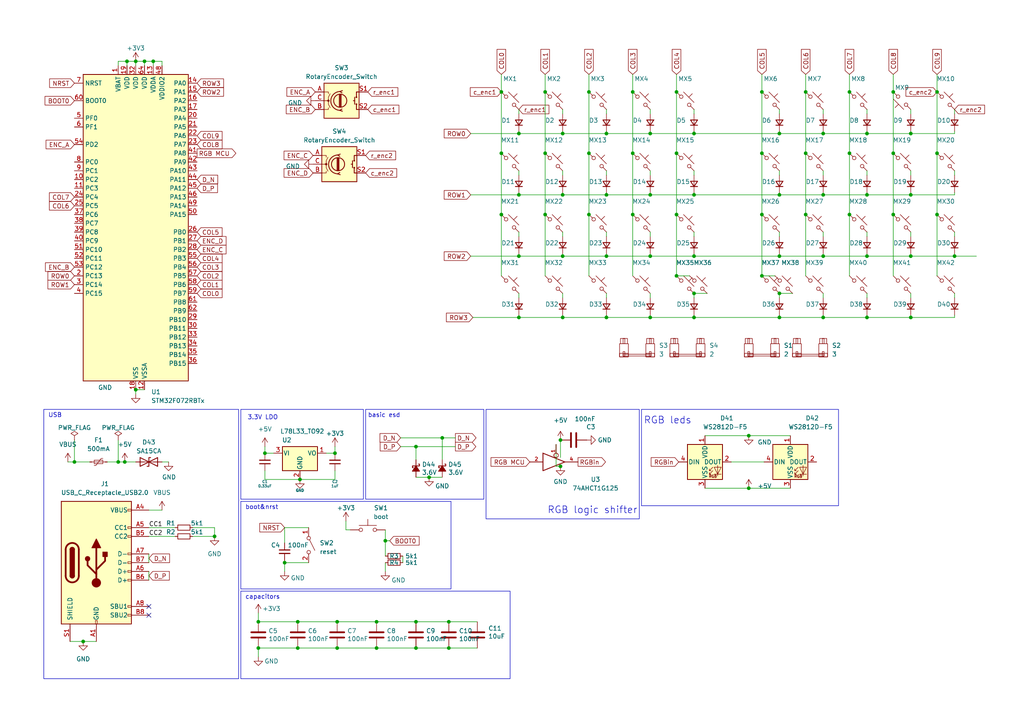
<source format=kicad_sch>
(kicad_sch (version 20230121) (generator eeschema)
  (paper "A4")
  (junction (at 226.06 92.075))
  (junction (at 76.835 131.445))
  (junction (at 24.13 186.055))
  (junction (at 217.17 126.365))
  (junction (at 44.45 17.78))
  (junction (at 188.595 92.075))
  (junction (at 188.595 38.735))
  (junction (at 259.08 62.23))
  (junction (at 86.36 187.96))
  (junction (at 251.46 74.295))
  (junction (at 158.115 26.67))
  (junction (at 220.98 80.01))
  (junction (at 251.46 38.735))
  (junction (at 220.98 26.67))
  (junction (at 109.22 187.96))
  (junction (at 62.23 155.575))
  (junction (at 34.29 133.985))
  (junction (at 246.38 62.23))
  (junction (at 97.79 180.34))
  (junction (at 150.495 56.515))
  (junction (at 175.895 38.735))
  (junction (at 217.17 141.605))
  (junction (at 183.515 26.67))
  (junction (at 86.36 180.34))
  (junction (at 36.83 17.78))
  (junction (at 259.08 44.45))
  (junction (at 158.115 44.45))
  (junction (at 201.295 38.735))
  (junction (at 175.895 74.295))
  (junction (at 145.415 62.23))
  (junction (at 196.215 44.45))
  (junction (at 158.115 62.23))
  (junction (at 196.215 80.01))
  (junction (at 162.56 135.255))
  (junction (at 21.59 133.985))
  (junction (at 162.56 127.635))
  (junction (at 150.495 74.295))
  (junction (at 238.76 92.075))
  (junction (at 163.195 56.515))
  (junction (at 97.79 187.96))
  (junction (at 226.06 74.295))
  (junction (at 188.595 74.295))
  (junction (at 271.78 44.45))
  (junction (at 120.65 187.96))
  (junction (at 145.415 44.45))
  (junction (at 82.55 163.195))
  (junction (at 111.76 156.845))
  (junction (at 145.415 26.67))
  (junction (at 130.175 187.96))
  (junction (at 226.06 56.515))
  (junction (at 246.38 26.67))
  (junction (at 170.815 26.67))
  (junction (at 271.78 26.67))
  (junction (at 74.93 180.34))
  (junction (at 276.86 74.295))
  (junction (at 183.515 62.23))
  (junction (at 175.895 92.075))
  (junction (at 183.515 44.45))
  (junction (at 163.195 92.075))
  (junction (at 163.195 74.295))
  (junction (at 233.68 62.23))
  (junction (at 233.68 44.45))
  (junction (at 124.46 138.43))
  (junction (at 226.06 85.09))
  (junction (at 259.08 26.67))
  (junction (at 41.91 17.78))
  (junction (at 251.46 56.515))
  (junction (at 109.22 180.34))
  (junction (at 264.16 92.075))
  (junction (at 39.37 113.03))
  (junction (at 39.37 17.78))
  (junction (at 120.65 180.34))
  (junction (at 170.815 44.45))
  (junction (at 238.76 38.735))
  (junction (at 130.175 180.34))
  (junction (at 175.895 56.515))
  (junction (at 74.93 187.96))
  (junction (at 201.295 56.515))
  (junction (at 170.815 62.23))
  (junction (at 188.595 56.515))
  (junction (at 163.195 38.735))
  (junction (at 128.27 127))
  (junction (at 36.195 133.985))
  (junction (at 120.65 129.54))
  (junction (at 97.155 131.445))
  (junction (at 86.995 139.065))
  (junction (at 233.68 26.67))
  (junction (at 238.76 74.295))
  (junction (at 251.46 92.075))
  (junction (at 196.215 62.23))
  (junction (at 238.76 56.515))
  (junction (at 201.295 85.09))
  (junction (at 226.06 38.735))
  (junction (at 150.495 92.075))
  (junction (at 264.16 38.735))
  (junction (at 271.78 62.23))
  (junction (at 220.98 44.45))
  (junction (at 220.98 62.23))
  (junction (at 196.215 26.67))
  (junction (at 201.295 74.295))
  (junction (at 246.38 44.45))
  (junction (at 201.295 92.075))
  (junction (at 264.16 56.515))
  (junction (at 264.16 74.295))
  (junction (at 150.495 38.735))
  (no_connect (at 43.18 175.895))
  (no_connect (at 43.18 178.435))
  (wire (pts (xy 259.08 62.23) (xy 259.08 80.01)))
  (wire (pts (xy 271.78 44.45) (xy 271.78 62.23)))
  (wire (pts (xy 158.115 44.45) (xy 158.115 62.23)))
  (wire (pts (xy 188.595 91.44) (xy 188.595 92.075)))
  (wire (pts (xy 276.86 55.88) (xy 276.86 56.515)))
  (wire (pts (xy 163.195 31.75) (xy 163.195 33.02)))
  (wire (pts (xy 109.22 187.96) (xy 120.65 187.96)))
  (wire (pts (xy 111.76 156.845) (xy 113.03 156.845)))
  (wire (pts (xy 238.76 49.53) (xy 238.76 50.8)))
  (wire (pts (xy 196.215 80.01) (xy 200.025 80.01)))
  (wire (pts (xy 251.46 38.735) (xy 264.16 38.735)))
  (wire (pts (xy 201.295 55.88) (xy 201.295 56.515)))
  (wire (pts (xy 226.06 85.09) (xy 226.06 86.36)))
  (wire (pts (xy 41.91 17.78) (xy 39.37 17.78)))
  (wire (pts (xy 175.895 91.44) (xy 175.895 92.075)))
  (wire (pts (xy 86.36 180.34) (xy 74.93 180.34)))
  (wire (pts (xy 128.27 127) (xy 132.08 127)))
  (wire (pts (xy 264.16 38.1) (xy 264.16 38.735)))
  (wire (pts (xy 163.195 49.53) (xy 163.195 50.8)))
  (wire (pts (xy 136.525 38.735) (xy 150.495 38.735)))
  (wire (pts (xy 188.595 38.1) (xy 188.595 38.735)))
  (wire (pts (xy 136.525 56.515) (xy 150.495 56.515)))
  (wire (pts (xy 82.55 163.195) (xy 89.535 163.195)))
  (wire (pts (xy 109.22 180.34) (xy 120.65 180.34)))
  (wire (pts (xy 238.76 73.66) (xy 238.76 74.295)))
  (wire (pts (xy 238.76 55.88) (xy 238.76 56.515)))
  (wire (pts (xy 170.815 21.59) (xy 170.815 26.67)))
  (wire (pts (xy 212.09 133.985) (xy 221.615 133.985)))
  (wire (pts (xy 34.29 133.985) (xy 36.195 133.985)))
  (wire (pts (xy 74.93 190.5) (xy 74.93 187.96)))
  (wire (pts (xy 264.16 91.44) (xy 264.16 92.075)))
  (wire (pts (xy 264.16 38.735) (xy 276.86 38.735)))
  (wire (pts (xy 86.36 180.34) (xy 97.79 180.34)))
  (wire (pts (xy 158.115 21.59) (xy 158.115 26.67)))
  (wire (pts (xy 20.32 186.055) (xy 24.13 186.055)))
  (wire (pts (xy 145.415 44.45) (xy 145.415 62.23)))
  (wire (pts (xy 116.205 129.54) (xy 120.65 129.54)))
  (wire (pts (xy 82.55 153.035) (xy 82.55 157.48)))
  (wire (pts (xy 246.38 62.23) (xy 246.38 80.01)))
  (wire (pts (xy 101.6 153.67) (xy 100.33 153.67)))
  (wire (pts (xy 276.86 91.44) (xy 276.86 92.075)))
  (wire (pts (xy 150.495 38.735) (xy 163.195 38.735)))
  (wire (pts (xy 251.46 67.31) (xy 251.46 68.58)))
  (wire (pts (xy 226.06 91.44) (xy 226.06 92.075)))
  (wire (pts (xy 150.495 85.09) (xy 150.495 86.36)))
  (wire (pts (xy 120.65 129.54) (xy 132.08 129.54)))
  (wire (pts (xy 175.895 38.1) (xy 175.895 38.735)))
  (wire (pts (xy 188.595 92.075) (xy 201.295 92.075)))
  (wire (pts (xy 145.415 26.67) (xy 145.415 44.45)))
  (wire (pts (xy 41.91 17.78) (xy 41.91 19.05)))
  (wire (pts (xy 170.815 44.45) (xy 170.815 62.23)))
  (wire (pts (xy 76.835 129.54) (xy 76.835 131.445)))
  (wire (pts (xy 21.59 133.985) (xy 26.035 133.985)))
  (wire (pts (xy 111.76 156.845) (xy 111.76 161.29)))
  (wire (pts (xy 175.895 49.53) (xy 175.895 50.8)))
  (wire (pts (xy 264.16 85.09) (xy 264.16 86.36)))
  (wire (pts (xy 226.06 74.295) (xy 238.76 74.295)))
  (wire (pts (xy 162.56 127.635) (xy 162.56 132.715)))
  (wire (pts (xy 188.595 38.735) (xy 201.295 38.735)))
  (wire (pts (xy 226.06 49.53) (xy 226.06 50.8)))
  (wire (pts (xy 188.595 85.09) (xy 188.595 86.36)))
  (wire (pts (xy 238.76 85.09) (xy 238.76 86.36)))
  (wire (pts (xy 150.495 49.53) (xy 150.495 50.8)))
  (wire (pts (xy 76.835 136.525) (xy 76.835 139.065)))
  (wire (pts (xy 39.37 113.03) (xy 41.91 113.03)))
  (wire (pts (xy 175.895 38.735) (xy 188.595 38.735)))
  (wire (pts (xy 188.595 67.31) (xy 188.595 68.58)))
  (wire (pts (xy 201.295 56.515) (xy 226.06 56.515)))
  (wire (pts (xy 220.98 62.23) (xy 220.98 80.01)))
  (wire (pts (xy 175.895 85.09) (xy 175.895 86.36)))
  (wire (pts (xy 150.495 31.75) (xy 150.495 33.02)))
  (wire (pts (xy 276.86 49.53) (xy 276.86 50.8)))
  (wire (pts (xy 120.65 180.34) (xy 130.175 180.34)))
  (wire (pts (xy 163.195 67.31) (xy 163.195 68.58)))
  (wire (pts (xy 170.815 62.23) (xy 170.815 80.01)))
  (wire (pts (xy 163.195 85.09) (xy 163.195 86.36)))
  (wire (pts (xy 238.76 92.075) (xy 251.46 92.075)))
  (wire (pts (xy 246.38 21.59) (xy 246.38 26.67)))
  (wire (pts (xy 204.47 141.605) (xy 217.17 141.605)))
  (wire (pts (xy 43.18 160.655) (xy 43.18 163.195)))
  (wire (pts (xy 74.93 177.8) (xy 74.93 180.34)))
  (wire (pts (xy 201.295 74.295) (xy 226.06 74.295)))
  (wire (pts (xy 163.195 38.1) (xy 163.195 38.735)))
  (wire (pts (xy 271.78 21.59) (xy 271.78 26.67)))
  (wire (pts (xy 130.175 180.34) (xy 138.43 180.34)))
  (wire (pts (xy 183.515 21.59) (xy 183.515 26.67)))
  (wire (pts (xy 251.46 38.1) (xy 251.46 38.735)))
  (wire (pts (xy 217.17 126.365) (xy 229.235 126.365)))
  (wire (pts (xy 150.495 38.1) (xy 150.495 38.735)))
  (wire (pts (xy 226.06 56.515) (xy 238.76 56.515)))
  (wire (pts (xy 251.46 56.515) (xy 264.16 56.515)))
  (wire (pts (xy 251.46 31.75) (xy 251.46 33.02)))
  (wire (pts (xy 188.595 73.66) (xy 188.595 74.295)))
  (wire (pts (xy 31.115 133.985) (xy 34.29 133.985)))
  (wire (pts (xy 238.76 67.31) (xy 238.76 68.58)))
  (wire (pts (xy 238.76 74.295) (xy 251.46 74.295)))
  (wire (pts (xy 201.295 67.31) (xy 201.295 68.58)))
  (wire (pts (xy 251.46 85.09) (xy 251.46 86.36)))
  (wire (pts (xy 44.45 17.78) (xy 44.45 19.05)))
  (wire (pts (xy 82.55 153.035) (xy 89.535 153.035)))
  (wire (pts (xy 36.195 133.985) (xy 39.37 133.985)))
  (wire (pts (xy 137.16 92.075) (xy 150.495 92.075)))
  (wire (pts (xy 36.83 17.78) (xy 39.37 17.78)))
  (wire (pts (xy 158.115 26.67) (xy 158.115 44.45)))
  (wire (pts (xy 120.65 129.54) (xy 120.65 133.35)))
  (wire (pts (xy 120.65 138.43) (xy 124.46 138.43)))
  (wire (pts (xy 34.29 17.78) (xy 34.29 19.05)))
  (wire (pts (xy 163.195 91.44) (xy 163.195 92.075)))
  (wire (pts (xy 150.495 56.515) (xy 163.195 56.515)))
  (wire (pts (xy 183.515 44.45) (xy 183.515 62.23)))
  (wire (pts (xy 43.18 155.575) (xy 50.8 155.575)))
  (wire (pts (xy 233.68 62.23) (xy 233.68 80.01)))
  (wire (pts (xy 264.16 74.295) (xy 276.86 74.295)))
  (wire (pts (xy 246.38 26.67) (xy 246.38 44.45)))
  (wire (pts (xy 34.29 127.635) (xy 34.29 133.985)))
  (wire (pts (xy 259.08 44.45) (xy 259.08 62.23)))
  (wire (pts (xy 150.495 73.66) (xy 150.495 74.295)))
  (wire (pts (xy 238.76 91.44) (xy 238.76 92.075)))
  (wire (pts (xy 163.195 55.88) (xy 163.195 56.515)))
  (wire (pts (xy 251.46 73.66) (xy 251.46 74.295)))
  (wire (pts (xy 226.06 31.75) (xy 226.06 33.02)))
  (wire (pts (xy 201.295 38.735) (xy 226.06 38.735)))
  (wire (pts (xy 276.86 85.09) (xy 276.86 86.36)))
  (wire (pts (xy 264.16 92.075) (xy 276.86 92.075)))
  (wire (pts (xy 259.08 21.59) (xy 259.08 26.67)))
  (wire (pts (xy 264.16 56.515) (xy 276.86 56.515)))
  (wire (pts (xy 150.495 92.075) (xy 163.195 92.075)))
  (wire (pts (xy 116.84 161.29) (xy 116.84 163.195)))
  (wire (pts (xy 82.55 163.195) (xy 82.55 162.56)))
  (wire (pts (xy 183.515 62.23) (xy 183.515 80.01)))
  (wire (pts (xy 97.155 129.54) (xy 97.155 131.445)))
  (wire (pts (xy 226.06 38.1) (xy 226.06 38.735)))
  (wire (pts (xy 111.76 163.195) (xy 111.76 165.735)))
  (wire (pts (xy 220.98 80.01) (xy 224.79 80.01)))
  (wire (pts (xy 196.215 44.45) (xy 196.215 62.23)))
  (wire (pts (xy 34.29 17.78) (xy 36.83 17.78)))
  (wire (pts (xy 217.17 141.605) (xy 229.235 141.605)))
  (wire (pts (xy 41.91 17.78) (xy 44.45 17.78)))
  (wire (pts (xy 233.68 26.67) (xy 233.68 44.45)))
  (wire (pts (xy 150.495 91.44) (xy 150.495 92.075)))
  (wire (pts (xy 158.115 62.23) (xy 158.115 80.01)))
  (wire (pts (xy 21.59 127.635) (xy 21.59 133.985)))
  (wire (pts (xy 226.06 73.66) (xy 226.06 74.295)))
  (wire (pts (xy 44.45 17.78) (xy 46.99 17.78)))
  (wire (pts (xy 43.18 165.735) (xy 43.18 168.275)))
  (wire (pts (xy 120.65 187.96) (xy 130.175 187.96)))
  (wire (pts (xy 161.29 135.255) (xy 161.29 128.905)))
  (wire (pts (xy 175.895 92.075) (xy 188.595 92.075)))
  (wire (pts (xy 55.88 153.035) (xy 62.23 153.035)))
  (wire (pts (xy 220.98 21.59) (xy 220.98 26.67)))
  (wire (pts (xy 62.23 153.035) (xy 62.23 155.575)))
  (wire (pts (xy 170.815 26.67) (xy 170.815 44.45)))
  (wire (pts (xy 264.16 49.53) (xy 264.16 50.8)))
  (wire (pts (xy 196.215 21.59) (xy 196.215 26.67)))
  (wire (pts (xy 97.79 187.96) (xy 109.22 187.96)))
  (wire (pts (xy 264.16 55.88) (xy 264.16 56.515)))
  (wire (pts (xy 97.79 180.34) (xy 109.22 180.34)))
  (wire (pts (xy 175.895 74.295) (xy 188.595 74.295)))
  (wire (pts (xy 124.46 138.43) (xy 128.27 138.43)))
  (wire (pts (xy 201.295 85.09) (xy 205.105 85.09)))
  (wire (pts (xy 238.76 56.515) (xy 251.46 56.515)))
  (wire (pts (xy 150.495 67.31) (xy 150.495 68.58)))
  (wire (pts (xy 196.215 26.67) (xy 196.215 44.45)))
  (wire (pts (xy 175.895 67.31) (xy 175.895 68.58)))
  (wire (pts (xy 246.38 44.45) (xy 246.38 62.23)))
  (wire (pts (xy 86.995 139.065) (xy 97.155 139.065)))
  (wire (pts (xy 271.78 62.23) (xy 271.78 80.01)))
  (wire (pts (xy 163.195 74.295) (xy 175.895 74.295)))
  (wire (pts (xy 46.99 133.985) (xy 48.895 133.985)))
  (wire (pts (xy 238.76 38.1) (xy 238.76 38.735)))
  (wire (pts (xy 276.86 31.75) (xy 276.86 33.02)))
  (wire (pts (xy 163.195 38.735) (xy 175.895 38.735)))
  (wire (pts (xy 100.33 153.67) (xy 100.33 151.13)))
  (wire (pts (xy 163.195 56.515) (xy 175.895 56.515)))
  (wire (pts (xy 220.98 44.45) (xy 220.98 62.23)))
  (wire (pts (xy 201.295 91.44) (xy 201.295 92.075)))
  (wire (pts (xy 82.55 165.735) (xy 82.55 163.195)))
  (wire (pts (xy 163.195 92.075) (xy 175.895 92.075)))
  (wire (pts (xy 251.46 92.075) (xy 264.16 92.075)))
  (wire (pts (xy 226.06 92.075) (xy 238.76 92.075)))
  (wire (pts (xy 39.37 17.78) (xy 39.37 19.05)))
  (wire (pts (xy 175.895 56.515) (xy 188.595 56.515)))
  (wire (pts (xy 43.18 147.955) (xy 46.99 147.955)))
  (wire (pts (xy 55.88 155.575) (xy 62.23 155.575)))
  (wire (pts (xy 226.06 55.88) (xy 226.06 56.515)))
  (wire (pts (xy 276.86 38.1) (xy 276.86 38.735)))
  (wire (pts (xy 43.18 153.035) (xy 50.8 153.035)))
  (wire (pts (xy 233.68 21.59) (xy 233.68 26.67)))
  (wire (pts (xy 201.295 31.75) (xy 201.295 33.02)))
  (wire (pts (xy 46.99 17.78) (xy 46.99 19.05)))
  (wire (pts (xy 259.08 26.67) (xy 259.08 44.45)))
  (wire (pts (xy 175.895 31.75) (xy 175.895 33.02)))
  (wire (pts (xy 188.595 49.53) (xy 188.595 50.8)))
  (wire (pts (xy 226.06 38.735) (xy 238.76 38.735)))
  (wire (pts (xy 86.36 187.96) (xy 97.79 187.96)))
  (wire (pts (xy 196.215 62.23) (xy 196.215 80.01)))
  (wire (pts (xy 183.515 26.67) (xy 183.515 44.45)))
  (wire (pts (xy 276.86 74.295) (xy 283.21 74.295)))
  (wire (pts (xy 150.495 55.88) (xy 150.495 56.515)))
  (wire (pts (xy 150.495 74.295) (xy 163.195 74.295)))
  (wire (pts (xy 238.76 31.75) (xy 238.76 33.02)))
  (wire (pts (xy 201.295 73.66) (xy 201.295 74.295)))
  (wire (pts (xy 251.46 91.44) (xy 251.46 92.075)))
  (wire (pts (xy 188.595 31.75) (xy 188.595 33.02)))
  (wire (pts (xy 162.56 135.255) (xy 161.29 135.255)))
  (wire (pts (xy 175.895 55.88) (xy 175.895 56.515)))
  (wire (pts (xy 201.295 49.53) (xy 201.295 50.8)))
  (wire (pts (xy 116.205 127) (xy 128.27 127)))
  (wire (pts (xy 226.06 67.31) (xy 226.06 68.58)))
  (wire (pts (xy 251.46 74.295) (xy 264.16 74.295)))
  (wire (pts (xy 76.835 131.445) (xy 79.375 131.445)))
  (wire (pts (xy 39.37 114.3) (xy 39.37 113.03)))
  (wire (pts (xy 94.615 131.445) (xy 97.155 131.445)))
  (wire (pts (xy 264.16 31.75) (xy 264.16 33.02)))
  (wire (pts (xy 97.155 136.525) (xy 97.155 139.065)))
  (wire (pts (xy 201.295 38.1) (xy 201.295 38.735)))
  (wire (pts (xy 175.895 73.66) (xy 175.895 74.295)))
  (wire (pts (xy 24.13 186.055) (xy 27.94 186.055)))
  (wire (pts (xy 86.36 187.96) (xy 74.93 187.96)))
  (wire (pts (xy 188.595 74.295) (xy 201.295 74.295)))
  (wire (pts (xy 111.76 153.67) (xy 111.76 156.845)))
  (wire (pts (xy 201.295 92.075) (xy 226.06 92.075)))
  (wire (pts (xy 251.46 55.88) (xy 251.46 56.515)))
  (wire (pts (xy 201.295 85.09) (xy 201.295 86.36)))
  (wire (pts (xy 226.06 85.09) (xy 229.87 85.09)))
  (wire (pts (xy 204.47 126.365) (xy 217.17 126.365)))
  (wire (pts (xy 264.16 67.31) (xy 264.16 68.58)))
  (wire (pts (xy 136.525 74.295) (xy 150.495 74.295)))
  (wire (pts (xy 276.86 67.31) (xy 276.86 68.58)))
  (wire (pts (xy 163.195 73.66) (xy 163.195 74.295)))
  (wire (pts (xy 276.86 73.66) (xy 276.86 74.295)))
  (wire (pts (xy 271.78 26.67) (xy 271.78 44.45)))
  (wire (pts (xy 238.76 38.735) (xy 251.46 38.735)))
  (wire (pts (xy 220.98 26.67) (xy 220.98 44.45)))
  (wire (pts (xy 36.83 17.78) (xy 36.83 19.05)))
  (wire (pts (xy 145.415 62.23) (xy 145.415 80.01)))
  (wire (pts (xy 188.595 55.88) (xy 188.595 56.515)))
  (wire (pts (xy 130.175 187.96) (xy 138.43 187.96)))
  (wire (pts (xy 264.16 73.66) (xy 264.16 74.295)))
  (wire (pts (xy 145.415 21.59) (xy 145.415 26.67)))
  (wire (pts (xy 76.835 139.065) (xy 86.995 139.065)))
  (wire (pts (xy 188.595 56.515) (xy 201.295 56.515)))
  (wire (pts (xy 128.27 127) (xy 128.27 133.35)))
  (wire (pts (xy 233.68 44.45) (xy 233.68 62.23)))
  (wire (pts (xy 251.46 49.53) (xy 251.46 50.8)))
  (wire (pts (xy 19.685 133.985) (xy 21.59 133.985)))
  (rectangle (start 12.7 118.745) (end 69.215 196.85))
  (rectangle (start 69.85 145.415) (end 130.81 170.815))
  (rectangle (start 106.045 118.745) (end 140.335 144.78))
  (rectangle (start 186.055 118.745) (end 243.205 146.685))
  (rectangle (start 69.85 118.745) (end 105.41 144.78))
  (rectangle (start 69.85 171.45) (end 147.955 196.85))
  (rectangle (start 140.97 118.745) (end 185.42 150.495))
  (text "RGB leds" (at 186.69 123.19 0) (effects (font (size 2 2)) (justify left bottom)))
  (text "RGB logic shifter" (at 158.75 149.225 0) (effects (font (size 2 2)) (justify left bottom)))
  (text "capacitors" (at 71.12 173.99 0) (effects (font (size 1.27 1.27)) (justify left bottom)))
  (text "boot&nrst" (at 71.12 147.955 0) (effects (font (size 1.27 1.27)) (justify left bottom)))
  (text "3.3V LDO" (at 71.755 121.92 0) (effects (font (size 1.27 1.27)) (justify left bottom)))
  (text "USB" (at 13.97 121.285 0) (effects (font (size 1.27 1.27)) (justify left bottom)))
  (text "basic esd" (at 106.68 121.285 0) (effects (font (size 1.27 1.27)) (justify left bottom)))
  (label "CC1" (at 43.18 153.035 0))
  (label "CC2" (at 43.18 155.575 0))
  (global_label "RGBin" (shape input) (at 196.85 133.985 180) (property "Intersheetrefs" "${INTERSHEET_REFS}" (effects hide)))
  (global_label "COL0" (shape input) (at 57.15 85.09 0) (property "Intersheetrefs" "${INTERSHEET_REFS}" (effects hide)))
  (global_label "ROW0" (shape input) (at 21.59 80.01 180) (property "Intersheetrefs" "${INTERSHEET_REFS}" (effects hide)))
  (global_label "ROW0" (shape input) (at 136.525 38.735 180) (property "Intersheetrefs" "${INTERSHEET_REFS}" (effects hide)))
  (global_label "ENC_A" (shape input) (at 21.59 41.91 180) (property "Intersheetrefs" "${INTERSHEET_REFS}" (effects hide)))
  (global_label "COL6" (shape input) (at 21.59 59.69 180) (property "Intersheetrefs" "${INTERSHEET_REFS}" (effects hide)))
  (global_label "COL1" (shape input) (at 158.115 21.59 90) (property "Intersheetrefs" "${INTERSHEET_REFS}" (effects hide)))
  (global_label "r_enc2" (shape input) (at 276.86 31.75 0) (property "Intersheetrefs" "${INTERSHEET_REFS}" (effects hide)))
  (global_label "COL7" (shape input) (at 21.59 57.15 180) (property "Intersheetrefs" "${INTERSHEET_REFS}" (effects hide)))
  (global_label "COL1" (shape input) (at 57.15 82.55 0) (property "Intersheetrefs" "${INTERSHEET_REFS}" (effects hide)))
  (global_label "RGBin" (shape output) (at 167.64 133.985 0) (property "Intersheetrefs" "${INTERSHEET_REFS}" (effects hide)))
  (global_label "D_N" (shape input) (at 116.205 127 180) (property "Intersheetrefs" "${INTERSHEET_REFS}" (effects hide)))
  (global_label "NRST" (shape input) (at 82.55 153.035 180) (property "Intersheetrefs" "${INTERSHEET_REFS}" (effects hide)))
  (global_label "COL9" (shape input) (at 57.15 39.37 0) (property "Intersheetrefs" "${INTERSHEET_REFS}" (effects hide)))
  (global_label "COL8" (shape input) (at 259.08 21.59 90) (property "Intersheetrefs" "${INTERSHEET_REFS}" (effects hide)))
  (global_label "D_P" (shape input) (at 43.18 167.005 0) (property "Intersheetrefs" "${INTERSHEET_REFS}" (effects hide)))
  (global_label "COL3" (shape input) (at 57.15 77.47 0) (property "Intersheetrefs" "${INTERSHEET_REFS}" (effects hide)))
  (global_label "COL0" (shape input) (at 145.415 21.59 90) (property "Intersheetrefs" "${INTERSHEET_REFS}" (effects hide)))
  (global_label "NRST" (shape input) (at 21.59 24.13 180) (property "Intersheetrefs" "${INTERSHEET_REFS}" (effects hide)))
  (global_label "COL9" (shape input) (at 271.78 21.59 90) (property "Intersheetrefs" "${INTERSHEET_REFS}" (effects hide)))
  (global_label "COL8" (shape input) (at 57.15 41.91 0) (property "Intersheetrefs" "${INTERSHEET_REFS}" (effects hide)))
  (global_label "ROW2" (shape input) (at 136.525 74.295 180) (property "Intersheetrefs" "${INTERSHEET_REFS}" (effects hide)))
  (global_label "ROW1" (shape input) (at 21.59 82.55 180) (property "Intersheetrefs" "${INTERSHEET_REFS}" (effects hide)))
  (global_label "COL2" (shape input) (at 57.15 80.01 0) (property "Intersheetrefs" "${INTERSHEET_REFS}" (effects hide)))
  (global_label "ROW1" (shape input) (at 136.525 56.515 180) (property "Intersheetrefs" "${INTERSHEET_REFS}" (effects hide)))
  (global_label "RGB MCU" (shape output) (at 57.15 44.45 0) (property "Intersheetrefs" "${INTERSHEET_REFS}" (effects hide)))
  (global_label "c_enc2" (shape input) (at 106.045 50.165 0) (property "Intersheetrefs" "${INTERSHEET_REFS}" (effects hide)))
  (global_label "COL4" (shape input) (at 57.15 74.93 0) (property "Intersheetrefs" "${INTERSHEET_REFS}" (effects hide)))
  (global_label "ENC_A" (shape input) (at 91.44 26.67 180) (property "Intersheetrefs" "${INTERSHEET_REFS}" (effects hide)))
  (global_label "D_P" (shape input) (at 57.15 54.61 0) (property "Intersheetrefs" "${INTERSHEET_REFS}" (effects hide)))
  (global_label "c_enc1" (shape input) (at 106.68 31.75 0) (property "Intersheetrefs" "${INTERSHEET_REFS}" (effects hide)))
  (global_label "D_P" (shape output) (at 132.08 129.54 0) (property "Intersheetrefs" "${INTERSHEET_REFS}" (effects hide)))
  (global_label "COL4" (shape input) (at 196.215 21.59 90) (property "Intersheetrefs" "${INTERSHEET_REFS}" (effects hide)))
  (global_label "COL2" (shape input) (at 170.815 21.59 90) (property "Intersheetrefs" "${INTERSHEET_REFS}" (effects hide)))
  (global_label "ROW2" (shape input) (at 57.15 26.67 0) (property "Intersheetrefs" "${INTERSHEET_REFS}" (effects hide)))
  (global_label "ROW3" (shape input) (at 137.16 92.075 180) (property "Intersheetrefs" "${INTERSHEET_REFS}" (effects hide)))
  (global_label "COL5" (shape input) (at 57.15 67.31 0) (property "Intersheetrefs" "${INTERSHEET_REFS}" (effects hide)))
  (global_label "COL3" (shape input) (at 183.515 21.59 90) (property "Intersheetrefs" "${INTERSHEET_REFS}" (effects hide)))
  (global_label "COL7" (shape input) (at 246.38 21.59 90) (property "Intersheetrefs" "${INTERSHEET_REFS}" (effects hide)))
  (global_label "ENC_B" (shape input) (at 91.44 31.75 180) (property "Intersheetrefs" "${INTERSHEET_REFS}" (effects hide)))
  (global_label "r_enc2" (shape input) (at 106.045 45.085 0) (property "Intersheetrefs" "${INTERSHEET_REFS}" (effects hide)))
  (global_label "c_enc1" (shape input) (at 145.415 26.67 180) (property "Intersheetrefs" "${INTERSHEET_REFS}" (effects hide)))
  (global_label "ENC_B" (shape input) (at 21.59 77.47 180) (property "Intersheetrefs" "${INTERSHEET_REFS}" (effects hide)))
  (global_label "ENC_D" (shape input) (at 57.15 69.85 0) (property "Intersheetrefs" "${INTERSHEET_REFS}" (effects hide)))
  (global_label "BOOT0" (shape input) (at 113.03 156.845 0) (property "Intersheetrefs" "${INTERSHEET_REFS}" (effects hide)))
  (global_label "r_enc1" (shape input) (at 106.68 26.67 0) (property "Intersheetrefs" "${INTERSHEET_REFS}" (effects hide)))
  (global_label "ENC_C" (shape input) (at 90.805 45.085 180) (property "Intersheetrefs" "${INTERSHEET_REFS}" (effects hide)))
  (global_label "D_P" (shape input) (at 116.205 129.54 180) (property "Intersheetrefs" "${INTERSHEET_REFS}" (effects hide)))
  (global_label "c_enc2" (shape input) (at 271.78 26.67 180) (property "Intersheetrefs" "${INTERSHEET_REFS}" (effects hide)))
  (global_label "ROW3" (shape input) (at 57.15 24.13 0) (property "Intersheetrefs" "${INTERSHEET_REFS}" (effects hide)))
  (global_label "COL6" (shape input) (at 233.68 21.59 90) (property "Intersheetrefs" "${INTERSHEET_REFS}" (effects hide)))
  (global_label "D_N" (shape input) (at 57.15 52.07 0) (property "Intersheetrefs" "${INTERSHEET_REFS}" (effects hide)))
  (global_label "ENC_D" (shape input) (at 90.805 50.165 180) (property "Intersheetrefs" "${INTERSHEET_REFS}" (effects hide)))
  (global_label "COL5" (shape input) (at 220.98 21.59 90) (property "Intersheetrefs" "${INTERSHEET_REFS}" (effects hide)))
  (global_label "D_N" (shape output) (at 132.08 127 0) (property "Intersheetrefs" "${INTERSHEET_REFS}" (effects hide)))
  (global_label "D_N" (shape input) (at 43.18 161.925 0) (property "Intersheetrefs" "${INTERSHEET_REFS}" (effects hide)))
  (global_label "RGB MCU" (shape input) (at 153.67 133.985 180) (property "Intersheetrefs" "${INTERSHEET_REFS}" (effects hide)))
  (global_label "ENC_C" (shape input) (at 57.15 72.39 0) (property "Intersheetrefs" "${INTERSHEET_REFS}" (effects hide)))
  (global_label "BOOT0" (shape input) (at 21.59 29.21 180) (property "Intersheetrefs" "${INTERSHEET_REFS}" (effects hide)))
  (global_label "r_enc1" (shape input) (at 150.495 31.75 0) (property "Intersheetrefs" "${INTERSHEET_REFS}" (effects hide)))
  (symbol (lib_id "Device:D_Small") (at 163.195 71.12 90) (unit 1)
    (property "Reference" "D22" (at 158.115 70.485 90) (effects (justify right)))
    (property "Value" "D_Small" (effects hide))
    (property "Footprint" "kbd:D3_TH_SMD_v3" (effects hide))
    (property "Sim.Device" "D" (effects hide))
    (property "Sim.Pins" "1=K 2=A" (effects hide))
  )
  (symbol (lib_id "MCU_ST_STM32F0:STM32F072RBTx") (at 39.37 67.31 0) (unit 1)
    (property "Reference" "U1" (at 43.8659 113.665 0) (effects (justify left)))
    (property "Value" "STM32F072RBTx" (at 43.8659 116.205 0) (effects (justify left)))
    (property "Footprint" "Package_QFP:LQFP-64_10x10mm_P0.5mm" (effects hide))
    (property "Datasheet" "https://www.st.com/resource/en/datasheet/stm32f072rb.pdf" (effects hide))
  )
  (symbol (lib_id "PCM_marbastlib-mx:MX_SW_solder") (at 186.055 64.77 0) (unit 1)
    (property "Reference" "MX24" (at 186.055 58.42 0))
    (property "Value" "MX_SW_solder" (effects hide))
    (property "Footprint" "MX_Alps_Hybrid:MX-Alps-Hybrid-1U" (effects hide))
  )
  (symbol (lib_id "Device:D_Small") (at 150.495 71.12 90) (unit 1)
    (property "Reference" "D21" (at 145.415 70.485 90) (effects (justify right)))
    (property "Value" "D_Small" (effects hide))
    (property "Footprint" "kbd:D3_TH_SMD_v3" (effects hide))
    (property "Sim.Device" "D" (effects hide))
    (property "Sim.Pins" "1=K 2=A" (effects hide))
  )
  (symbol (lib_id "Device:D_Small") (at 264.16 53.34 90) (unit 1)
    (property "Reference" "D19" (at 259.08 52.705 90) (effects (justify right)))
    (property "Value" "D_Small" (effects hide))
    (property "Footprint" "kbd:D3_TH_SMD_v3" (effects hide))
    (property "Sim.Device" "D" (effects hide))
    (property "Sim.Pins" "1=K 2=A" (effects hide))
  )
  (symbol (lib_id "Device:D_Small") (at 238.76 88.9 90) (unit 1)
    (property "Reference" "D37" (at 233.68 88.265 90) (effects (justify right)))
    (property "Value" "D_Small" (effects hide))
    (property "Footprint" "kbd:D3_TH_SMD_v3" (effects hide))
    (property "Sim.Device" "D" (effects hide))
    (property "Sim.Pins" "1=K 2=A" (effects hide))
  )
  (symbol (lib_id "Device:C") (at 86.36 184.15 0) (unit 1)
    (property "Reference" "C6" (at 89.281 182.9816 0) (effects (justify left)))
    (property "Value" "100nF" (at 89.281 185.293 0) (effects (justify left)))
    (property "Footprint" "Capacitor_THT:C_Disc_D4.3mm_W1.9mm_P5.00mm" (effects hide))
  )
  (symbol (lib_id "PCM_marbastlib-mx:MX_SW_solder") (at 274.32 46.99 0) (unit 1)
    (property "Reference" "MX20" (at 274.32 40.64 0))
    (property "Value" "MX_SW_solder" (effects hide))
    (property "Footprint" "MX_Alps_Hybrid:MX-Alps-Hybrid-1U" (effects hide))
  )
  (symbol (lib_id "power:GND") (at 48.895 133.985 0) (unit 1)
    (property "Reference" "#PWR09" (effects hide))
    (property "Value" "GND" (at 49.022 138.3792 0))
  )
  (symbol (lib_id "PCM_marbastlib-mx:MX_SW_solder") (at 274.32 82.55 0) (unit 1)
    (property "Reference" "MX42" (at 274.32 76.2 0))
    (property "Value" "MX_SW_solder" (effects hide))
    (property "Footprint" "MX_Alps_Hybrid:MX-Alps-Hybrid-1U" (effects hide))
  )
  (symbol (lib_id "Device:D_Small") (at 188.595 71.12 90) (unit 1)
    (property "Reference" "D24" (at 183.515 70.485 90) (effects (justify right)))
    (property "Value" "D_Small" (effects hide))
    (property "Footprint" "kbd:D3_TH_SMD_v3" (effects hide))
    (property "Sim.Device" "D" (effects hide))
    (property "Sim.Pins" "1=K 2=A" (effects hide))
  )
  (symbol (lib_id "power:GND") (at 111.76 165.735 0) (unit 1)
    (property "Reference" "#PWR019" (effects hide))
    (property "Value" "GND" (at 115.57 168.275 0))
  )
  (symbol (lib_id "PCM_marbastlib-mx:MX_SW_solder") (at 248.92 82.55 0) (unit 1)
    (property "Reference" "MX40" (at 248.92 76.2 0))
    (property "Value" "MX_SW_solder" (effects hide))
    (property "Footprint" "MX_Alps_Hybrid:MX-Alps-Hybrid-1U" (effects hide))
  )
  (symbol (lib_id "Device:D_Small") (at 251.46 35.56 90) (unit 1)
    (property "Reference" "D8" (at 246.38 34.925 90) (effects (justify right)))
    (property "Value" "D_Small" (effects hide))
    (property "Footprint" "kbd:D3_TH_SMD_v3" (effects hide))
    (property "Sim.Device" "D" (effects hide))
    (property "Sim.Pins" "1=K 2=A" (effects hide))
  )
  (symbol (lib_id "PCM_marbastlib-mx:MX_SW_solder") (at 173.355 46.99 0) (unit 1)
    (property "Reference" "MX13" (at 173.355 40.64 0))
    (property "Value" "MX_SW_solder" (effects hide))
    (property "Footprint" "MX_Alps_Hybrid:MX-Alps-Hybrid-1U" (effects hide))
  )
  (symbol (lib_id "PCM_marbastlib-mx:MX_SW_solder") (at 147.955 46.99 0) (unit 1)
    (property "Reference" "MX11" (at 147.955 40.64 0))
    (property "Value" "MX_SW_solder" (effects hide))
    (property "Footprint" "MX_Alps_Hybrid:MX-Alps-Hybrid-1U" (effects hide))
  )
  (symbol (lib_id "PCM_marbastlib-mx:MX_SW_solder") (at 186.055 46.99 0) (unit 1)
    (property "Reference" "MX14" (at 186.055 40.64 0))
    (property "Value" "MX_SW_solder" (effects hide))
    (property "Footprint" "MX_Alps_Hybrid:MX-Alps-Hybrid-1U" (effects hide))
  )
  (symbol (lib_id "Device:C") (at 97.79 184.15 0) (unit 1)
    (property "Reference" "C7" (at 100.711 182.9816 0) (effects (justify left)))
    (property "Value" "100nF" (at 100.711 185.293 0) (effects (justify left)))
    (property "Footprint" "Capacitor_THT:C_Disc_D4.3mm_W1.9mm_P5.00mm" (effects hide))
  )
  (symbol (lib_id "PCM_marbastlib-mx:MX_SW_solder") (at 248.92 64.77 0) (unit 1)
    (property "Reference" "MX28" (at 248.92 58.42 0))
    (property "Value" "MX_SW_solder" (effects hide))
    (property "Footprint" "MX_Alps_Hybrid:MX-Alps-Hybrid-1U" (effects hide))
  )
  (symbol (lib_id "PCM_marbastlib-mx:MX_SW_solder") (at 160.655 82.55 0) (unit 1)
    (property "Reference" "MX32" (at 160.655 76.2 0))
    (property "Value" "MX_SW_solder" (effects hide))
    (property "Footprint" "MX_Alps_Hybrid:MX-Alps-Hybrid-1U" (effects hide))
  )
  (symbol (lib_id "Device:R_Small") (at 53.34 155.575 90) (unit 1)
    (property "Reference" "R2" (at 49.53 154.305 90))
    (property "Value" "5k1" (at 57.15 154.305 90))
    (property "Footprint" "Resistor_THT:R_Axial_DIN0204_L3.6mm_D1.6mm_P7.62mm_Horizontal" (effects hide))
  )
  (symbol (lib_id "PCM_marbastlib-mx:MX_SW_solder") (at 198.755 82.55 0) (unit 1)
    (property "Reference" "MX35" (at 198.755 76.2 0))
    (property "Value" "MX_SW_solder" (effects hide))
    (property "Footprint" "MX_Alps_Hybrid:MX-Alps-Hybrid-1U" (effects hide))
  )
  (symbol (lib_id "Connector:USB_C_Receptacle_USB2.0") (at 27.94 163.195 0) (unit 1)
    (property "Reference" "J1" (at 30.4165 140.335 0))
    (property "Value" "USB_C_Receptacle_USB2.0" (at 30.4165 142.875 0))
    (property "Footprint" "Connector_USB:USB_C_Receptacle_GCT_USB4085" (effects hide))
    (property "Datasheet" "https://www.usb.org/sites/default/files/documents/usb_type-c.zip" (effects hide))
    (property "LCSC" "C165948" (effects hide))
  )
  (symbol (lib_id "power:+3V3") (at 97.155 129.54 0) (unit 1)
    (property "Reference" "#PWR05" (effects hide))
    (property "Value" "+3V3" (at 97.155 125.73 0))
  )
  (symbol (lib_id "PCM_marbastlib-mx:MX_SW_solder") (at 160.655 64.77 0) (unit 1)
    (property "Reference" "MX22" (at 160.655 58.42 0))
    (property "Value" "MX_SW_solder" (effects hide))
    (property "Footprint" "MX_Alps_Hybrid:MX-Alps-Hybrid-1U" (effects hide))
  )
  (symbol (lib_id "PCM_marbastlib-mx:MX_stab") (at 199.39 100.965 0) (unit 1)
    (property "Reference" "S4" (at 205.74 100.203 0) (effects (justify left)))
    (property "Value" "2" (at 205.74 102.743 0) (effects (justify left)))
    (property "Footprint" "PCM_marbastlib-mx:STAB_MX_P_2u" (effects hide))
  )
  (symbol (lib_id "power:GND") (at 82.55 165.735 0) (mirror y) (unit 1)
    (property "Reference" "#PWR018" (effects hide))
    (property "Value" "GND" (at 86.36 167.64 0))
  )
  (symbol (lib_id "Device:D_Small") (at 150.495 53.34 90) (unit 1)
    (property "Reference" "D11" (at 145.415 52.705 90) (effects (justify right)))
    (property "Value" "D_Small" (effects hide))
    (property "Footprint" "kbd:D3_TH_SMD_v3" (effects hide))
    (property "Sim.Device" "D" (effects hide))
    (property "Sim.Pins" "1=K 2=A" (effects hide))
  )
  (symbol (lib_id "Device:D_Small") (at 175.895 88.9 90) (unit 1)
    (property "Reference" "D33" (at 170.815 88.265 90) (effects (justify right)))
    (property "Value" "D_Small" (effects hide))
    (property "Footprint" "kbd:D3_TH_SMD_v3" (effects hide))
    (property "Sim.Device" "D" (effects hide))
    (property "Sim.Pins" "1=K 2=A" (effects hide))
  )
  (symbol (lib_id "LED:WS2812B") (at 204.47 133.985 0) (unit 1)
    (property "Reference" "D41" (at 210.82 121.285 0))
    (property "Value" "WS2812D-F5 " (at 210.82 123.825 0))
    (property "Footprint" "kbd:NeoPixel_bulb_5mm_Adafruit_1938" (effects hide))
    (property "Datasheet" "https://cdn-shop.adafruit.com/datasheets/WS2812B.pdf" (effects hide))
  )
  (symbol (lib_id "power:+5V") (at 76.835 129.54 0) (unit 1)
    (property "Reference" "#PWR04" (effects hide))
    (property "Value" "+5V" (at 76.835 124.46 0))
  )
  (symbol (lib_id "PCM_marbastlib-mx:MX_SW_solder") (at 223.52 82.55 0) (unit 1)
    (property "Reference" "MX37" (at 223.52 76.2 0))
    (property "Value" "MX_SW_solder" (effects hide))
    (property "Footprint" "MX_Alps_Hybrid:MX-Alps-Hybrid-1U" (effects hide))
  )
  (symbol (lib_id "Device:D_Small") (at 150.495 35.56 90) (unit 1)
    (property "Reference" "D1" (at 145.415 34.925 90) (effects (justify right)))
    (property "Value" "D_Small" (effects hide))
    (property "Footprint" "kbd:D3_TH_SMD_v3" (effects hide))
    (property "Sim.Device" "D" (effects hide))
    (property "Sim.Pins" "1=K 2=A" (effects hide))
  )
  (symbol (lib_id "Device:D_Small") (at 238.76 71.12 90) (unit 1)
    (property "Reference" "D27" (at 233.68 70.485 90) (effects (justify right)))
    (property "Value" "D_Small" (effects hide))
    (property "Footprint" "kbd:D3_TH_SMD_v3" (effects hide))
    (property "Sim.Device" "D" (effects hide))
    (property "Sim.Pins" "1=K 2=A" (effects hide))
  )
  (symbol (lib_id "PCM_marbastlib-mx:MX_stab") (at 184.785 100.965 0) (unit 1)
    (property "Reference" "S3" (at 191.135 100.203 0) (effects (justify left)))
    (property "Value" "3" (at 191.135 102.743 0) (effects (justify left)))
    (property "Footprint" "PCM_marbastlib-mx:STAB_MX_P_3u" (effects hide))
  )
  (symbol (lib_id "Device:D_TVS") (at 43.18 133.985 0) (unit 1)
    (property "Reference" "D43" (at 43.18 128.27 0))
    (property "Value" "SA15CA" (at 43.18 130.81 0))
    (property "Footprint" "Diode_THT:D_DO-15_P10.16mm_Horizontal" (effects hide))
  )
  (symbol (lib_id "Device:C_Small") (at 97.155 133.985 180) (unit 1)
    (property "Reference" "C2" (at 97.155 139.7 0) (effects (font (size 0.762 0.762))))
    (property "Value" "1uF" (at 97.155 140.97 0) (effects (font (size 0.762 0.762))))
    (property "Footprint" "Capacitor_THT:C_Disc_D4.3mm_W1.9mm_P5.00mm" (effects hide))
  )
  (symbol (lib_id "Device:D_Small") (at 251.46 71.12 90) (unit 1)
    (property "Reference" "D28" (at 246.38 70.485 90) (effects (justify right)))
    (property "Value" "D_Small" (effects hide))
    (property "Footprint" "kbd:D3_TH_SMD_v3" (effects hide))
    (property "Sim.Device" "D" (effects hide))
    (property "Sim.Pins" "1=K 2=A" (effects hide))
  )
  (symbol (lib_id "LED:WS2812B") (at 229.235 133.985 0) (unit 1)
    (property "Reference" "D42" (at 235.585 121.285 0))
    (property "Value" "WS2812D-F5 " (at 235.585 123.825 0))
    (property "Footprint" "kbd:NeoPixel_bulb_5mm_Adafruit_1938" (effects hide))
    (property "Datasheet" "https://cdn-shop.adafruit.com/datasheets/WS2812B.pdf" (effects hide))
  )
  (symbol (lib_id "power:+5V") (at 36.195 133.985 0) (unit 1)
    (property "Reference" "#PWR08" (effects hide))
    (property "Value" "+5V" (at 36.195 128.905 0))
  )
  (symbol (lib_id "Device:R_Small") (at 53.34 153.035 90) (unit 1)
    (property "Reference" "R1" (at 49.53 151.765 90))
    (property "Value" "5k1" (at 57.15 151.765 90))
    (property "Footprint" "Resistor_THT:R_Axial_DIN0204_L3.6mm_D1.6mm_P7.62mm_Horizontal" (effects hide))
  )
  (symbol (lib_id "Device:Polyfuse_Small") (at 28.575 133.985 90) (unit 1)
    (property "Reference" "F1" (at 28.575 127.635 90))
    (property "Value" "500mA" (at 28.575 130.175 90))
    (property "Footprint" "Fuse:Fuse_Bourns_MF-RHT100" (effects hide))
  )
  (symbol (lib_id "power:VBUS") (at 19.685 133.985 0) (unit 1)
    (property "Reference" "#PWR07" (effects hide))
    (property "Value" "VBUS" (at 19.685 128.905 0))
  )
  (symbol (lib_id "Device:C") (at 138.43 184.15 0) (unit 1)
    (property "Reference" "C11" (at 141.605 182.245 0) (effects (justify left)))
    (property "Value" "10uF" (at 141.605 184.5564 0) (effects (justify left)))
    (property "Footprint" "Capacitor_THT:C_Disc_D4.3mm_W1.9mm_P5.00mm" (effects hide))
  )
  (symbol (lib_id "Device:D_Small") (at 264.16 88.9 90) (unit 1)
    (property "Reference" "D39" (at 259.08 88.265 90) (effects (justify right)))
    (property "Value" "D_Small" (effects hide))
    (property "Footprint" "kbd:D3_TH_SMD_v3" (effects hide))
    (property "Sim.Device" "D" (effects hide))
    (property "Sim.Pins" "1=K 2=A" (effects hide))
  )
  (symbol (lib_id "PCM_marbastlib-mx:MX_SW_solder") (at 173.355 82.55 0) (unit 1)
    (property "Reference" "MX33" (at 173.355 76.2 0))
    (property "Value" "MX_SW_solder" (effects hide))
    (property "Footprint" "MX_Alps_Hybrid:MX-Alps-Hybrid-1U" (effects hide))
  )
  (symbol (lib_id "PCM_marbastlib-mx:MX_SW_solder") (at 274.32 64.77 0) (unit 1)
    (property "Reference" "MX30" (at 274.32 58.42 0))
    (property "Value" "MX_SW_solder" (effects hide))
    (property "Footprint" "MX_Alps_Hybrid:MX-Alps-Hybrid-1U" (effects hide))
  )
  (symbol (lib_id "power:GND") (at 74.93 190.5 0) (unit 1)
    (property "Reference" "#PWR022" (effects hide))
    (property "Value" "GND" (at 78.74 191.77 0))
  )
  (symbol (lib_name "GND_4") (lib_id "power:GND") (at 24.13 186.055 0) (unit 1)
    (property "Reference" "#PWR021" (effects hide))
    (property "Value" "GND" (at 24.13 191.135 0))
  )
  (symbol (lib_id "power:GND") (at 170.18 127.635 90) (unit 1)
    (property "Reference" "#PWR013" (effects hide))
    (property "Value" "GND" (at 173.355 127.6349 90) (effects (justify right)))
  )
  (symbol (lib_id "Device:D_Small") (at 201.295 53.34 90) (unit 1)
    (property "Reference" "D15" (at 196.215 52.705 90) (effects (justify right)))
    (property "Value" "D_Small" (effects hide))
    (property "Footprint" "kbd:D3_TH_SMD_v3" (effects hide))
    (property "Sim.Device" "D" (effects hide))
    (property "Sim.Pins" "1=K 2=A" (effects hide))
  )
  (symbol (lib_id "PCM_marbastlib-mx:MX_SW_solder") (at 236.22 46.99 0) (unit 1)
    (property "Reference" "MX17" (at 236.22 40.64 0))
    (property "Value" "MX_SW_solder" (effects hide))
    (property "Footprint" "MX_Alps_Hybrid:MX-Alps-Hybrid-1U" (effects hide))
  )
  (symbol (lib_id "power:GND") (at 90.805 47.625 270) (unit 1)
    (property "Reference" "#PWR024" (effects hide))
    (property "Value" "GND" (at 86.995 48.26 90) (effects (justify right)))
  )
  (symbol (lib_id "Device:D_Small") (at 175.895 53.34 90) (unit 1)
    (property "Reference" "D13" (at 170.815 52.705 90) (effects (justify right)))
    (property "Value" "D_Small" (effects hide))
    (property "Footprint" "kbd:D3_TH_SMD_v3" (effects hide))
    (property "Sim.Device" "D" (effects hide))
    (property "Sim.Pins" "1=K 2=A" (effects hide))
  )
  (symbol (lib_id "power:GND") (at 217.17 126.365 0) (unit 1)
    (property "Reference" "#PWR03" (effects hide))
    (property "Value" "GND" (at 219.71 128.27 0) (effects (justify left)))
  )
  (symbol (lib_id "power:GND") (at 39.37 114.3 0) (unit 1)
    (property "Reference" "#PWR02" (effects hide))
    (property "Value" "GND" (at 30.48 112.395 0))
  )
  (symbol (lib_id "Device:D_Small") (at 264.16 35.56 90) (unit 1)
    (property "Reference" "D9" (at 259.08 34.925 90) (effects (justify right)))
    (property "Value" "D_Small" (effects hide))
    (property "Footprint" "kbd:D3_TH_SMD_v3" (effects hide))
    (property "Sim.Device" "D" (effects hide))
    (property "Sim.Pins" "1=K 2=A" (effects hide))
  )
  (symbol (lib_id "Device:D_Small") (at 163.195 53.34 90) (unit 1)
    (property "Reference" "D12" (at 158.115 52.705 90) (effects (justify right)))
    (property "Value" "D_Small" (effects hide))
    (property "Footprint" "kbd:D3_TH_SMD_v3" (effects hide))
    (property "Sim.Device" "D" (effects hide))
    (property "Sim.Pins" "1=K 2=A" (effects hide))
  )
  (symbol (lib_id "Device:D_Small") (at 163.195 88.9 90) (unit 1)
    (property "Reference" "D32" (at 158.115 88.265 90) (effects (justify right)))
    (property "Value" "D_Small" (effects hide))
    (property "Footprint" "kbd:D3_TH_SMD_v3" (effects hide))
    (property "Sim.Device" "D" (effects hide))
    (property "Sim.Pins" "1=K 2=A" (effects hide))
  )
  (symbol (lib_id "Device:D_Small") (at 175.895 35.56 90) (unit 1)
    (property "Reference" "D3" (at 170.815 34.925 90) (effects (justify right)))
    (property "Value" "D_Small" (effects hide))
    (property "Footprint" "kbd:D3_TH_SMD_v3" (effects hide))
    (property "Sim.Device" "D" (effects hide))
    (property "Sim.Pins" "1=K 2=A" (effects hide))
  )
  (symbol (lib_id "PCM_marbastlib-mx:MX_SW_solder") (at 261.62 82.55 0) (unit 1)
    (property "Reference" "MX41" (at 261.62 76.2 0))
    (property "Value" "MX_SW_solder" (effects hide))
    (property "Footprint" "MX_Alps_Hybrid:MX-Alps-Hybrid-1U" (effects hide))
  )
  (symbol (lib_id "PCM_marbastlib-mx:MX_stab") (at 234.95 100.965 0) (unit 1)
    (property "Reference" "S2" (at 241.3 100.203 0) (effects (justify left)))
    (property "Value" "3" (at 241.3 102.743 0) (effects (justify left)))
    (property "Footprint" "PCM_marbastlib-mx:STAB_MX_P_3u" (effects hide))
  )
  (symbol (lib_id "power:+3V3") (at 74.93 177.8 0) (unit 1)
    (property "Reference" "#PWR020" (effects hide))
    (property "Value" "+3V3" (at 78.74 176.53 0))
  )
  (symbol (lib_name "74AHCT1G125_1") (lib_id "74xGxx:74AHCT1G125") (at 161.29 133.985 0) (unit 1)
    (property "Reference" "U3" (at 172.72 139.065 0))
    (property "Value" "74AHCT1G125" (at 172.72 141.605 0))
    (property "Footprint" "Package_TO_SOT_SMD:TSOT-23-5_HandSoldering" (effects hide))
    (property "Datasheet" "http://www.ti.com/lit/sg/scyt129e/scyt129e.pdf" (effects hide))
    (property "LCSC" "C12494" (effects hide))
    (property "Package" "SOT-23" (effects hide))
  )
  (symbol (lib_id "Device:C") (at 120.65 184.15 0) (unit 1)
    (property "Reference" "C9" (at 123.571 182.9816 0) (effects (justify left)))
    (property "Value" "100nF" (at 123.571 185.293 0) (effects (justify left)))
    (property "Footprint" "Capacitor_THT:C_Disc_D4.3mm_W1.9mm_P5.00mm" (effects hide))
  )
  (symbol (lib_id "power:+3V3") (at 100.33 151.13 0) (mirror y) (unit 1)
    (property "Reference" "#PWR014" (effects hide))
    (property "Value" "+3V3" (at 100.33 147.32 0))
  )
  (symbol (lib_id "Device:D_Small") (at 175.895 71.12 90) (unit 1)
    (property "Reference" "D23" (at 170.815 70.485 90) (effects (justify right)))
    (property "Value" "D_Small" (effects hide))
    (property "Footprint" "kbd:D3_TH_SMD_v3" (effects hide))
    (property "Sim.Device" "D" (effects hide))
    (property "Sim.Pins" "1=K 2=A" (effects hide))
  )
  (symbol (lib_id "Device:D_Small") (at 226.06 88.9 90) (unit 1)
    (property "Reference" "D36" (at 220.98 88.265 90) (effects (justify right)))
    (property "Value" "D_Small" (effects hide))
    (property "Footprint" "kbd:D3_TH_SMD_v3" (effects hide))
    (property "Sim.Device" "D" (effects hide))
    (property "Sim.Pins" "1=K 2=A" (effects hide))
  )
  (symbol (lib_id "Device:D_Small") (at 201.295 71.12 90) (unit 1)
    (property "Reference" "D25" (at 196.215 70.485 90) (effects (justify right)))
    (property "Value" "D_Small" (effects hide))
    (property "Footprint" "kbd:D3_TH_SMD_v3" (effects hide))
    (property "Sim.Device" "D" (effects hide))
    (property "Sim.Pins" "1=K 2=A" (effects hide))
  )
  (symbol (lib_id "PCM_marbastlib-mx:MX_SW_solder") (at 227.33 82.55 0) (unit 1)
    (property "Reference" "MX38" (at 229.235 76.2 0))
    (property "Value" "MX_SW_solder" (effects hide))
    (property "Footprint" "MX_Alps_Hybrid:MX-Alps-Hybrid-1U" (effects hide))
  )
  (symbol (lib_id "Device:D_Small") (at 188.595 35.56 90) (unit 1)
    (property "Reference" "D4" (at 183.515 34.925 90) (effects (justify right)))
    (property "Value" "D_Small" (effects hide))
    (property "Footprint" "kbd:D3_TH_SMD_v3" (effects hide))
    (property "Sim.Device" "D" (effects hide))
    (property "Sim.Pins" "1=K 2=A" (effects hide))
  )
  (symbol (lib_id "power:+3V3") (at 39.37 17.78 0) (unit 1)
    (property "Reference" "#PWR01" (effects hide))
    (property "Value" "+3V3" (at 39.37 13.97 0))
  )
  (symbol (lib_id "lumberjack-rescue:D_Schottky_Small_ALT-Device") (at 120.65 135.89 270) (unit 1)
    (property "Reference" "D44" (at 122.3772 134.7216 90) (effects (justify left)))
    (property "Value" "3.6V" (at 122.3772 137.033 90) (effects (justify left)))
    (property "Footprint" "Diode_THT:D_DO-35_SOD27_P7.62mm_Horizontal" (effects hide))
  )
  (symbol (lib_id "PCM_marbastlib-mx:MX_SW_solder") (at 223.52 46.99 0) (unit 1)
    (property "Reference" "MX16" (at 223.52 40.64 0))
    (property "Value" "MX_SW_solder" (effects hide))
    (property "Footprint" "MX_Alps_Hybrid:MX-Alps-Hybrid-1U" (effects hide))
  )
  (symbol (lib_id "Device:D_Small") (at 251.46 53.34 90) (unit 1)
    (property "Reference" "D18" (at 246.38 52.705 90) (effects (justify right)))
    (property "Value" "D_Small" (effects hide))
    (property "Footprint" "kbd:D3_TH_SMD_v3" (effects hide))
    (property "Sim.Device" "D" (effects hide))
    (property "Sim.Pins" "1=K 2=A" (effects hide))
  )
  (symbol (lib_id "Device:R_Small") (at 114.3 161.29 90) (unit 1)
    (property "Reference" "R3" (at 114.3 161.29 90))
    (property "Value" "5k1" (at 119.38 161.29 90))
    (property "Footprint" "Resistor_THT:R_Axial_DIN0204_L3.6mm_D1.6mm_P7.62mm_Horizontal" (effects hide))
  )
  (symbol (lib_id "Device:C_Small") (at 76.835 133.985 180) (unit 1)
    (property "Reference" "C1" (at 76.835 139.7 0) (effects (font (size 0.762 0.762))))
    (property "Value" "0.33uF" (at 76.835 140.97 0) (effects (font (size 0.762 0.762))))
    (property "Footprint" "Capacitor_THT:C_Disc_D4.3mm_W1.9mm_P5.00mm" (effects hide))
  )
  (symbol (lib_id "power:PWR_FLAG") (at 34.29 127.635 0) (unit 1)
    (property "Reference" "#FLG02" (effects hide))
    (property "Value" "PWR_FLAG" (at 34.29 124.0592 0))
  )
  (symbol (lib_id "Device:D_Small") (at 188.595 53.34 90) (unit 1)
    (property "Reference" "D14" (at 183.515 52.705 90) (effects (justify right)))
    (property "Value" "D_Small" (effects hide))
    (property "Footprint" "kbd:D3_TH_SMD_v3" (effects hide))
    (property "Sim.Device" "D" (effects hide))
    (property "Sim.Pins" "1=K 2=A" (effects hide))
  )
  (symbol (lib_id "PCM_marbastlib-mx:MX_SW_solder") (at 236.22 82.55 0) (unit 1)
    (property "Reference" "MX39" (at 236.22 76.2 0))
    (property "Value" "MX_SW_solder" (effects hide))
    (property "Footprint" "MX_Alps_Hybrid:MX-Alps-Hybrid-1U" (effects hide))
  )
  (symbol (lib_id "Device:D_Small") (at 226.06 53.34 90) (unit 1)
    (property "Reference" "D16" (at 220.98 52.705 90) (effects (justify right)))
    (property "Value" "D_Small" (effects hide))
    (property "Footprint" "kbd:D3_TH_SMD_v3" (effects hide))
    (property "Sim.Device" "D" (effects hide))
    (property "Sim.Pins" "1=K 2=A" (effects hide))
  )
  (symbol (lib_id "PCM_marbastlib-mx:MX_SW_solder") (at 160.655 29.21 0) (unit 1)
    (property "Reference" "MX2" (at 160.655 22.86 0))
    (property "Value" "MX_SW_solder" (effects hide))
    (property "Footprint" "MX_Alps_Hybrid:MX-Alps-Hybrid-1U" (effects hide))
  )
  (symbol (lib_id "Device:D_Small") (at 201.295 88.9 90) (unit 1)
    (property "Reference" "D35" (at 196.215 88.265 90) (effects (justify right)))
    (property "Value" "D_Small" (effects hide))
    (property "Footprint" "kbd:D3_TH_SMD_v3" (effects hide))
    (property "Sim.Device" "D" (effects hide))
    (property "Sim.Pins" "1=K 2=A" (effects hide))
  )
  (symbol (lib_id "Device:C_Small") (at 82.55 160.02 0) (mirror y) (unit 1)
    (property "Reference" "C4" (at 81.28 158.115 0) (effects (justify left)))
    (property "Value" "100nF" (at 89.535 158.115 0) (effects (justify left)))
    (property "Footprint" "Capacitor_THT:C_Disc_D4.3mm_W1.9mm_P5.00mm" (effects hide))
  )
  (symbol (lib_id "PCM_marbastlib-mx:MX_SW_solder") (at 147.955 82.55 0) (unit 1)
    (property "Reference" "MX31" (at 147.955 76.2 0))
    (property "Value" "MX_SW_solder" (effects hide))
    (property "Footprint" "MX_Alps_Hybrid:MX-Alps-Hybrid-1U" (effects hide))
  )
  (symbol (lib_id "PCM_marbastlib-mx:MX_SW_solder") (at 160.655 46.99 0) (unit 1)
    (property "Reference" "MX12" (at 160.655 40.64 0))
    (property "Value" "MX_SW_solder" (effects hide))
    (property "Footprint" "MX_Alps_Hybrid:MX-Alps-Hybrid-1U" (effects hide))
  )
  (symbol (lib_id "Device:D_Small") (at 276.86 53.34 90) (unit 1)
    (property "Reference" "D20" (at 271.78 52.705 90) (effects (justify right)))
    (property "Value" "D_Small" (effects hide))
    (property "Footprint" "kbd:D3_TH_SMD_v3" (effects hide))
    (property "Sim.Device" "D" (effects hide))
    (property "Sim.Pins" "1=K 2=A" (effects hide))
  )
  (symbol (lib_id "PCM_marbastlib-mx:MX_SW_solder") (at 173.355 64.77 0) (unit 1)
    (property "Reference" "MX23" (at 173.355 58.42 0))
    (property "Value" "MX_SW_solder" (effects hide))
    (property "Footprint" "MX_Alps_Hybrid:MX-Alps-Hybrid-1U" (effects hide))
  )
  (symbol (lib_id "PCM_marbastlib-mx:MX_SW_solder") (at 248.92 29.21 0) (unit 1)
    (property "Reference" "MX8" (at 248.92 22.86 0))
    (property "Value" "MX_SW_solder" (effects hide))
    (property "Footprint" "MX_Alps_Hybrid:MX-Alps-Hybrid-1U" (effects hide))
  )
  (symbol (lib_id "PCM_marbastlib-mx:MX_SW_solder") (at 186.055 29.21 0) (unit 1)
    (property "Reference" "MX4" (at 186.055 22.86 0))
    (property "Value" "MX_SW_solder" (effects hide))
    (property "Footprint" "MX_Alps_Hybrid:MX-Alps-Hybrid-1U" (effects hide))
  )
  (symbol (lib_id "Device:D_Small") (at 264.16 71.12 90) (unit 1)
    (property "Reference" "D29" (at 259.08 70.485 90) (effects (justify right)))
    (property "Value" "D_Small" (effects hide))
    (property "Footprint" "kbd:D3_TH_SMD_v3" (effects hide))
    (property "Sim.Device" "D" (effects hide))
    (property "Sim.Pins" "1=K 2=A" (effects hide))
  )
  (symbol (lib_id "PCM_marbastlib-mx:MX_stab") (at 220.98 100.965 0) (unit 1)
    (property "Reference" "S1" (at 227.33 100.203 0) (effects (justify left)))
    (property "Value" "2" (at 227.33 102.743 0) (effects (justify left)))
    (property "Footprint" "PCM_marbastlib-mx:STAB_MX_P_2u" (effects hide))
  )
  (symbol (lib_id "Switch:SW_SPST") (at 89.535 158.115 270) (unit 1)
    (property "Reference" "SW2" (at 92.71 157.48 90) (effects (justify left)))
    (property "Value" "reset" (at 92.71 160.02 90) (effects (justify left)))
    (property "Footprint" "Button_Switch_THT:SW_PUSH_6mm_H4.3mm" (effects hide))
    (property "LCSC" "C115351" (effects hide))
  )
  (symbol (lib_id "power:+5V") (at 162.56 127.635 0) (unit 1)
    (property "Reference" "#PWR012" (effects hide))
    (property "Value" "+5V" (at 162.56 121.92 0))
  )
  (symbol (lib_id "PCM_marbastlib-mx:MX_SW_solder") (at 274.32 29.21 0) (unit 1)
    (property "Reference" "MX10" (at 274.32 22.86 0))
    (property "Value" "MX_SW_solder" (effects hide))
    (property "Footprint" "MX_Alps_Hybrid:MX-Alps-Hybrid-1U" (effects hide))
  )
  (symbol (lib_id "PCM_marbastlib-mx:MX_SW_solder") (at 223.52 64.77 0) (unit 1)
    (property "Reference" "MX26" (at 223.52 58.42 0))
    (property "Value" "MX_SW_solder" (effects hide))
    (property "Footprint" "MX_Alps_Hybrid:MX-Alps-Hybrid-1U" (effects hide))
  )
  (symbol (lib_id "Regulator_Linear:L78L33_TO92") (at 86.995 131.445 0) (unit 1)
    (property "Reference" "U2" (at 83.185 127.635 0))
    (property "Value" "L78L33_TO92" (at 81.28 125.095 0) (effects (justify left)))
    (property "Footprint" "Package_TO_SOT_THT:TO-92_Inline" (effects hide))
    (property "Datasheet" "http://www.st.com/content/ccc/resource/technical/document/datasheet/15/55/e5/aa/23/5b/43/fd/CD00000446.pdf/files/CD00000446.pdf/jcr:content/translations/en.CD00000446.pdf" (effects hide))
  )
  (symbol (lib_id "power:GND") (at 86.995 139.065 0) (unit 1)
    (property "Reference" "#PWR010" (effects hide))
    (property "Value" "GND" (at 86.995 142.24 0) (effects (font (size 0.762 0.762))))
  )
  (symbol (lib_id "PCM_marbastlib-mx:MX_SW_solder") (at 198.755 29.21 0) (unit 1)
    (property "Reference" "MX5" (at 198.755 22.86 0))
    (property "Value" "MX_SW_solder" (effects hide))
    (property "Footprint" "MX_Alps_Hybrid:MX-Alps-Hybrid-1U" (effects hide))
  )
  (symbol (lib_id "power:GND") (at 162.56 135.255 0) (unit 1)
    (property "Reference" "#PWR016" (effects hide))
    (property "Value" "GND" (at 162.56 139.7 0))
  )
  (symbol (lib_id "Device:C") (at 109.22 184.15 0) (unit 1)
    (property "Reference" "C8" (at 112.141 182.9816 0) (effects (justify left)))
    (property "Value" "100nF" (at 112.141 185.293 0) (effects (justify left)))
    (property "Footprint" "Capacitor_THT:C_Disc_D4.3mm_W1.9mm_P5.00mm" (effects hide))
  )
  (symbol (lib_id "Device:D_Small") (at 226.06 71.12 90) (unit 1)
    (property "Reference" "D26" (at 220.98 70.485 90) (effects (justify right)))
    (property "Value" "D_Small" (effects hide))
    (property "Footprint" "kbd:D3_TH_SMD_v3" (effects hide))
    (property "Sim.Device" "D" (effects hide))
    (property "Sim.Pins" "1=K 2=A" (effects hide))
  )
  (symbol (lib_id "Device:R_Small") (at 114.3 163.195 90) (unit 1)
    (property "Reference" "R4" (at 114.3 163.195 90))
    (property "Value" "5k1" (at 119.38 163.195 90))
    (property "Footprint" "Resistor_THT:R_Axial_DIN0204_L3.6mm_D1.6mm_P7.62mm_Horizontal" (effects hide))
  )
  (symbol (lib_id "Device:D_Small") (at 276.86 71.12 90) (unit 1)
    (property "Reference" "D30" (at 271.78 70.485 90) (effects (justify right)))
    (property "Value" "D_Small" (effects hide))
    (property "Footprint" "kbd:D3_TH_SMD_v3" (effects hide))
    (property "Sim.Device" "D" (effects hide))
    (property "Sim.Pins" "1=K 2=A" (effects hide))
  )
  (symbol (lib_id "PCM_marbastlib-mx:MX_SW_solder") (at 236.22 64.77 0) (unit 1)
    (property "Reference" "MX27" (at 236.22 58.42 0))
    (property "Value" "MX_SW_solder" (effects hide))
    (property "Footprint" "MX_Alps_Hybrid:MX-Alps-Hybrid-1U" (effects hide))
  )
  (symbol (lib_id "Device:RotaryEncoder_Switch") (at 98.425 47.625 0) (unit 1)
    (property "Reference" "SW4" (at 98.425 38.1 0))
    (property "Value" "RotaryEncoder_Switch" (at 98.425 40.64 0))
    (property "Footprint" "PCM_marbastlib-various:ROT_Alps_EC11E-Switch" (effects hide))
  )
  (symbol (lib_id "Switch:SW_Push") (at 106.68 153.67 0) (unit 1)
    (property "Reference" "SW1" (at 110.49 147.32 0))
    (property "Value" "boot" (at 110.49 149.86 0))
    (property "Footprint" "Button_Switch_THT:SW_PUSH_6mm_H4.3mm" (effects hide))
    (property "LCSC" "C115351" (effects hide))
  )
  (symbol (lib_id "power:GND") (at 124.46 138.43 0) (unit 1)
    (property "Reference" "#PWR017" (effects hide))
    (property "Value" "GND" (at 128.27 140.97 0))
  )
  (symbol (lib_id "PCM_marbastlib-mx:MX_SW_solder") (at 261.62 29.21 180) (unit 1)
    (property "Reference" "MX9" (at 261.62 25.4 0))
    (property "Value" "MX_SW_solder" (effects hide))
    (property "Footprint" "MX_Alps_Hybrid:MX-Alps-Hybrid-1U" (effects hide))
  )
  (symbol (lib_id "power:GND") (at 91.44 29.21 270) (unit 1)
    (property "Reference" "#PWR023" (effects hide))
    (property "Value" "GND" (at 87.63 29.845 90) (effects (justify right)))
  )
  (symbol (lib_id "PCM_marbastlib-mx:MX_SW_solder") (at 173.355 29.21 0) (unit 1)
    (property "Reference" "MX3" (at 173.355 22.86 0))
    (property "Value" "MX_SW_solder" (effects hide))
    (property "Footprint" "MX_Alps_Hybrid:MX-Alps-Hybrid-1U" (effects hide))
  )
  (symbol (lib_id "power:GND") (at 62.23 155.575 0) (unit 1)
    (property "Reference" "#PWR015" (effects hide))
    (property "Value" "GND" (at 62.23 160.655 0))
  )
  (symbol (lib_id "Device:D_Small") (at 238.76 53.34 90) (unit 1)
    (property "Reference" "D17" (at 233.68 52.705 90) (effects (justify right)))
    (property "Value" "D_Small" (effects hide))
    (property "Footprint" "kbd:D3_TH_SMD_v3" (effects hide))
    (property "Sim.Device" "D" (effects hide))
    (property "Sim.Pins" "1=K 2=A" (effects hide))
  )
  (symbol (lib_id "power:PWR_FLAG") (at 21.59 127.635 0) (unit 1)
    (property "Reference" "#FLG01" (effects hide))
    (property "Value" "PWR_FLAG" (at 21.59 124.0592 0))
  )
  (symbol (lib_id "PCM_marbastlib-mx:MX_SW_solder") (at 147.955 29.21 0) (unit 1)
    (property "Reference" "MX1" (at 147.955 22.86 0))
    (property "Value" "MX_SW_solder" (effects hide))
    (property "Footprint" "MX_Alps_Hybrid:MX-Alps-Hybrid-1U" (effects hide))
  )
  (symbol (lib_id "PCM_marbastlib-mx:MX_SW_solder") (at 186.055 82.55 0) (unit 1)
    (property "Reference" "MX34" (at 186.055 76.2 0))
    (property "Value" "MX_SW_solder" (effects hide))
    (property "Footprint" "MX_Alps_Hybrid:MX-Alps-Hybrid-1U" (effects hide))
  )
  (symbol (lib_id "Device:D_Small") (at 163.195 35.56 90) (unit 1)
    (property "Reference" "D2" (at 158.115 34.925 90) (effects (justify right)))
    (property "Value" "D_Small" (effects hide))
    (property "Footprint" "kbd:D3_TH_SMD_v3" (effects hide))
    (property "Sim.Device" "D" (effects hide))
    (property "Sim.Pins" "1=K 2=A" (effects hide))
  )
  (symbol (lib_id "Device:D_Small") (at 201.295 35.56 90) (unit 1)
    (property "Reference" "D5" (at 196.215 34.925 90) (effects (justify right)))
    (property "Value" "D_Small" (effects hide))
    (property "Footprint" "kbd:D3_TH_SMD_v3" (effects hide))
    (property "Sim.Device" "D" (effects hide))
    (property "Sim.Pins" "1=K 2=A" (effects hide))
  )
  (symbol (lib_id "lumberjack-rescue:D_Schottky_Small_ALT-Device") (at 128.27 135.89 270) (unit 1)
    (property "Reference" "D45" (at 129.9972 134.7216 90) (effects (justify left)))
    (property "Value" "3.6V" (at 129.9972 137.033 90) (effects (justify left)))
    (property "Footprint" "Diode_THT:D_DO-35_SOD27_P7.62mm_Horizontal" (effects hide))
  )
  (symbol (lib_id "Device:RotaryEncoder_Switch") (at 99.06 29.21 0) (unit 1)
    (property "Reference" "SW3" (at 99.06 19.685 0))
    (property "Value" "RotaryEncoder_Switch" (at 99.06 22.225 0))
    (property "Footprint" "PCM_marbastlib-various:ROT_Alps_EC11E-Switch" (effects hide))
  )
  (symbol (lib_id "Device:D_Small") (at 226.06 35.56 90) (unit 1)
    (property "Reference" "D6" (at 220.98 34.925 90) (effects (justify right)))
    (property "Value" "D_Small" (effects hide))
    (property "Footprint" "kbd:D3_TH_SMD_v3" (effects hide))
    (property "Sim.Device" "D" (effects hide))
    (property "Sim.Pins" "1=K 2=A" (effects hide))
  )
  (symbol (lib_id "Device:D_Small") (at 276.86 88.9 90) (unit 1)
    (property "Reference" "D40" (at 271.78 88.265 90) (effects (justify right)))
    (property "Value" "D_Small" (effects hide))
    (property "Footprint" "kbd:D3_TH_SMD_v3" (effects hide))
    (property "Sim.Device" "D" (effects hide))
    (property "Sim.Pins" "1=K 2=A" (effects hide))
  )
  (symbol (lib_id "Device:D_Small") (at 276.86 35.56 90) (unit 1)
    (property "Reference" "D10" (at 271.78 34.925 90) (effects (justify right)))
    (property "Value" "D_Small" (effects hide))
    (property "Footprint" "kbd:D3_TH_SMD_v3" (effects hide))
    (property "Sim.Device" "D" (effects hide))
    (property "Sim.Pins" "1=K 2=A" (effects hide))
  )
  (symbol (lib_id "Device:D_Small") (at 150.495 88.9 90) (unit 1)
    (property "Reference" "D31" (at 145.415 88.265 90) (effects (justify right)))
    (property "Value" "D_Small" (effects hide))
    (property "Footprint" "kbd:D3_TH_SMD_v3" (effects hide))
    (property "Sim.Device" "D" (effects hide))
    (property "Sim.Pins" "1=K 2=A" (effects hide))
  )
  (symbol (lib_id "PCM_marbastlib-mx:MX_SW_solder") (at 248.92 46.99 0) (unit 1)
    (property "Reference" "MX18" (at 248.92 40.64 0))
    (property "Value" "MX_SW_solder" (effects hide))
    (property "Footprint" "MX_Alps_Hybrid:MX-Alps-Hybrid-1U" (effects hide))
  )
  (symbol (lib_id "power:VBUS") (at 46.99 147.955 0) (unit 1)
    (property "Reference" "#PWR011" (effects hide))
    (property "Value" "VBUS" (at 46.99 142.875 0))
  )
  (symbol (lib_id "power:+5V") (at 217.17 141.605 0) (unit 1)
    (property "Reference" "#PWR06" (effects hide))
    (property "Value" "+5V" (at 219.71 140.97 0) (effects (justify left)))
  )
  (symbol (lib_id "PCM_marbastlib-mx:MX_SW_solder") (at 198.755 46.99 0) (unit 1)
    (property "Reference" "MX15" (at 198.755 40.64 0))
    (property "Value" "MX_SW_solder" (effects hide))
    (property "Footprint" "MX_Alps_Hybrid:MX-Alps-Hybrid-1U" (effects hide))
  )
  (symbol (lib_id "PCM_marbastlib-mx:MX_SW_solder") (at 198.755 64.77 0) (unit 1)
    (property "Reference" "MX25" (at 198.755 58.42 0))
    (property "Value" "MX_SW_solder" (effects hide))
    (property "Footprint" "MX_Alps_Hybrid:MX-Alps-Hybrid-1U" (effects hide))
  )
  (symbol (lib_id "PCM_marbastlib-mx:MX_SW_solder") (at 223.52 29.21 0) (unit 1)
    (property "Reference" "MX6" (at 223.52 22.86 0))
    (property "Value" "MX_SW_solder" (effects hide))
    (property "Footprint" "MX_Alps_Hybrid:MX-Alps-Hybrid-1U" (effects hide))
  )
  (symbol (lib_id "Device:C") (at 166.37 127.635 90) (unit 1)
    (property "Reference" "C3" (at 172.72 123.825 90) (effects (justify left)))
    (property "Value" "100nF" (at 172.72 121.5136 90) (effects (justify left)))
    (property "Footprint" "Capacitor_THT:C_Disc_D4.3mm_W1.9mm_P5.00mm" (effects hide))
  )
  (symbol (lib_id "PCM_marbastlib-mx:MX_SW_solder") (at 261.62 46.99 0) (unit 1)
    (property "Reference" "MX19" (at 261.62 40.64 0))
    (property "Value" "MX_SW_solder" (effects hide))
    (property "Footprint" "MX_Alps_Hybrid:MX-Alps-Hybrid-1U" (effects hide))
  )
  (symbol (lib_id "Device:D_Small") (at 188.595 88.9 90) (unit 1)
    (property "Reference" "D34" (at 183.515 88.265 90) (effects (justify right)))
    (property "Value" "D_Small" (effects hide))
    (property "Footprint" "kbd:D3_TH_SMD_v3" (effects hide))
    (property "Sim.Device" "D" (effects hide))
    (property "Sim.Pins" "1=K 2=A" (effects hide))
  )
  (symbol (lib_id "PCM_marbastlib-mx:MX_SW_solder") (at 261.62 64.77 0) (unit 1)
    (property "Reference" "MX29" (at 261.62 58.42 0))
    (property "Value" "MX_SW_solder" (effects hide))
    (property "Footprint" "MX_Alps_Hybrid:MX-Alps-Hybrid-1U" (effects hide))
  )
  (symbol (lib_id "PCM_marbastlib-mx:MX_SW_solder") (at 202.565 82.55 0) (unit 1)
    (property "Reference" "MX36" (at 203.835 76.2 0))
    (property "Value" "MX_SW_solder" (effects hide))
    (property "Footprint" "MX_Alps_Hybrid:MX-Alps-Hybrid-1U" (effects hide))
  )
  (symbol (lib_id "PCM_marbastlib-mx:MX_SW_solder") (at 236.22 29.21 0) (unit 1)
    (property "Reference" "MX7" (at 236.22 22.86 0))
    (property "Value" "MX_SW_solder" (effects hide))
    (property "Footprint" "MX_Alps_Hybrid:MX-Alps-Hybrid-1U" (effects hide))
  )
  (symbol (lib_id "Device:C") (at 74.93 184.15 0) (unit 1)
    (property "Reference" "C5" (at 77.851 182.9816 0) (effects (justify left)))
    (property "Value" "100nF" (at 77.851 185.293 0) (effects (justify left)))
    (property "Footprint" "Capacitor_THT:C_Disc_D4.3mm_W1.9mm_P5.00mm" (effects hide))
  )
  (symbol (lib_id "Device:D_Small") (at 251.46 88.9 90) (unit 1)
    (property "Reference" "D38" (at 246.38 88.265 90) (effects (justify right)))
    (property "Value" "D_Small" (effects hide))
    (property "Footprint" "kbd:D3_TH_SMD_v3" (effects hide))
    (property "Sim.Device" "D" (effects hide))
    (property "Sim.Pins" "1=K 2=A" (effects hide))
  )
  (symbol (lib_id "PCM_marbastlib-mx:MX_SW_solder") (at 147.955 64.77 0) (unit 1)
    (property "Reference" "MX21" (at 147.955 58.42 0))
    (property "Value" "MX_SW_solder" (effects hide))
    (property "Footprint" "MX_Alps_Hybrid:MX-Alps-Hybrid-1U" (effects hide))
  )
  (symbol (lib_id "Device:C") (at 130.175 184.15 0) (unit 1)
    (property "Reference" "C10" (at 133.096 182.9816 0) (effects (justify left)))
    (property "Value" "100nF" (at 133.096 185.293 0) (effects (justify left)))
    (property "Footprint" "Capacitor_THT:C_Disc_D4.3mm_W1.9mm_P5.00mm" (effects hide))
  )
  (symbol (lib_id "Device:D_Small") (at 238.76 35.56 90) (unit 1)
    (property "Reference" "D7" (at 233.68 34.925 90) (effects (justify right)))
    (property "Value" "D_Small" (effects hide))
    (property "Footprint" "kbd:D3_TH_SMD_v3" (effects hide))
    (property "Sim.Device" "D" (effects hide))
    (property "Sim.Pins" "1=K 2=A" (effects hide))
  )
)
</source>
